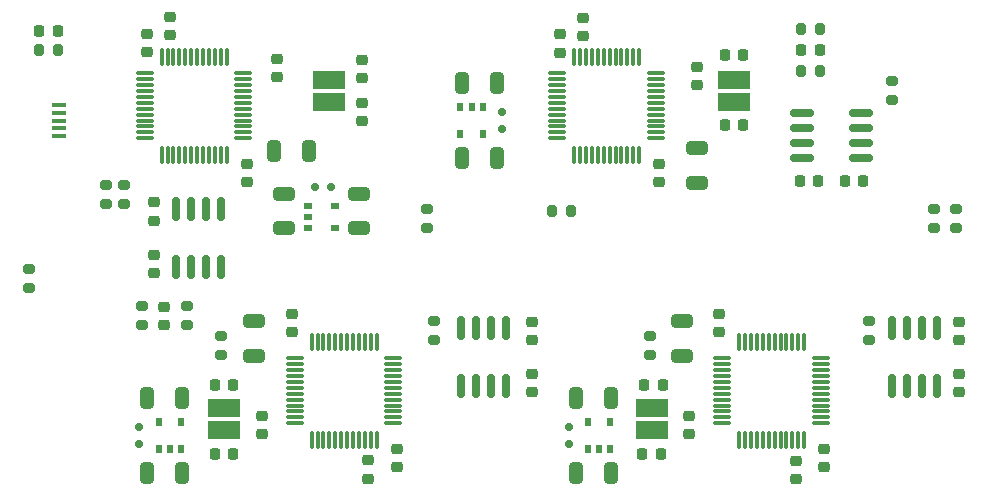
<source format=gbr>
G04 #@! TF.GenerationSoftware,KiCad,Pcbnew,7.0.10*
G04 #@! TF.CreationDate,2024-04-23T17:25:28+09:00*
G04 #@! TF.ProjectId,ramn,72616d6e-2e6b-4696-9361-645f70636258,rev?*
G04 #@! TF.SameCoordinates,Original*
G04 #@! TF.FileFunction,Paste,Top*
G04 #@! TF.FilePolarity,Positive*
%FSLAX46Y46*%
G04 Gerber Fmt 4.6, Leading zero omitted, Abs format (unit mm)*
G04 Created by KiCad (PCBNEW 7.0.10) date 2024-04-23 17:25:28*
%MOMM*%
%LPD*%
G01*
G04 APERTURE LIST*
G04 Aperture macros list*
%AMRoundRect*
0 Rectangle with rounded corners*
0 $1 Rounding radius*
0 $2 $3 $4 $5 $6 $7 $8 $9 X,Y pos of 4 corners*
0 Add a 4 corners polygon primitive as box body*
4,1,4,$2,$3,$4,$5,$6,$7,$8,$9,$2,$3,0*
0 Add four circle primitives for the rounded corners*
1,1,$1+$1,$2,$3*
1,1,$1+$1,$4,$5*
1,1,$1+$1,$6,$7*
1,1,$1+$1,$8,$9*
0 Add four rect primitives between the rounded corners*
20,1,$1+$1,$2,$3,$4,$5,0*
20,1,$1+$1,$4,$5,$6,$7,0*
20,1,$1+$1,$6,$7,$8,$9,0*
20,1,$1+$1,$8,$9,$2,$3,0*%
G04 Aperture macros list end*
%ADD10RoundRect,0.225000X0.250000X-0.225000X0.250000X0.225000X-0.250000X0.225000X-0.250000X-0.225000X0*%
%ADD11RoundRect,0.225000X-0.250000X0.225000X-0.250000X-0.225000X0.250000X-0.225000X0.250000X0.225000X0*%
%ADD12RoundRect,0.200000X-0.275000X0.200000X-0.275000X-0.200000X0.275000X-0.200000X0.275000X0.200000X0*%
%ADD13R,2.700000X1.500000*%
%ADD14RoundRect,0.250000X-0.325000X-0.650000X0.325000X-0.650000X0.325000X0.650000X-0.325000X0.650000X0*%
%ADD15RoundRect,0.150000X-0.150000X0.825000X-0.150000X-0.825000X0.150000X-0.825000X0.150000X0.825000X0*%
%ADD16R,0.510000X0.700000*%
%ADD17RoundRect,0.225000X0.225000X0.250000X-0.225000X0.250000X-0.225000X-0.250000X0.225000X-0.250000X0*%
%ADD18RoundRect,0.225000X-0.225000X-0.250000X0.225000X-0.250000X0.225000X0.250000X-0.225000X0.250000X0*%
%ADD19RoundRect,0.250000X-0.650000X0.325000X-0.650000X-0.325000X0.650000X-0.325000X0.650000X0.325000X0*%
%ADD20RoundRect,0.250000X0.325000X0.650000X-0.325000X0.650000X-0.325000X-0.650000X0.325000X-0.650000X0*%
%ADD21RoundRect,0.150000X-0.825000X-0.150000X0.825000X-0.150000X0.825000X0.150000X-0.825000X0.150000X0*%
%ADD22RoundRect,0.075000X0.662500X0.075000X-0.662500X0.075000X-0.662500X-0.075000X0.662500X-0.075000X0*%
%ADD23RoundRect,0.075000X0.075000X0.662500X-0.075000X0.662500X-0.075000X-0.662500X0.075000X-0.662500X0*%
%ADD24RoundRect,0.200000X0.275000X-0.200000X0.275000X0.200000X-0.275000X0.200000X-0.275000X-0.200000X0*%
%ADD25RoundRect,0.250000X0.650000X-0.325000X0.650000X0.325000X-0.650000X0.325000X-0.650000X-0.325000X0*%
%ADD26RoundRect,0.150000X0.150000X-0.825000X0.150000X0.825000X-0.150000X0.825000X-0.150000X-0.825000X0*%
%ADD27RoundRect,0.200000X-0.200000X-0.275000X0.200000X-0.275000X0.200000X0.275000X-0.200000X0.275000X0*%
%ADD28RoundRect,0.075000X-0.662500X-0.075000X0.662500X-0.075000X0.662500X0.075000X-0.662500X0.075000X0*%
%ADD29RoundRect,0.075000X-0.075000X-0.662500X0.075000X-0.662500X0.075000X0.662500X-0.075000X0.662500X0*%
%ADD30R,1.300000X0.450000*%
%ADD31RoundRect,0.200000X0.200000X0.275000X-0.200000X0.275000X-0.200000X-0.275000X0.200000X-0.275000X0*%
%ADD32R,0.700000X0.510000*%
%ADD33RoundRect,0.150000X0.150000X0.200000X-0.150000X0.200000X-0.150000X-0.200000X0.150000X-0.200000X0*%
%ADD34RoundRect,0.150000X-0.200000X0.150000X-0.200000X-0.150000X0.200000X-0.150000X0.200000X0.150000X0*%
%ADD35RoundRect,0.150000X0.200000X-0.150000X0.200000X0.150000X-0.200000X0.150000X-0.200000X-0.150000X0*%
G04 APERTURE END LIST*
D10*
X55245000Y-76340000D03*
X55245000Y-74790000D03*
D11*
X72009000Y-53920000D03*
X72009000Y-55470000D03*
D12*
X57150000Y-74740000D03*
X57150000Y-76390000D03*
D10*
X72009000Y-59110000D03*
X72009000Y-57560000D03*
D13*
X69215000Y-57465000D03*
X69215000Y-55565000D03*
D11*
X54356000Y-70406000D03*
X54356000Y-71956000D03*
D10*
X64770000Y-55385000D03*
X64770000Y-53835000D03*
D14*
X64565000Y-61595000D03*
X67515000Y-61595000D03*
D10*
X53800000Y-53275000D03*
X53800000Y-51725000D03*
D15*
X60071000Y-66486000D03*
X58801000Y-66486000D03*
X57531000Y-66486000D03*
X56261000Y-66486000D03*
X56261000Y-71436000D03*
X57531000Y-71436000D03*
X58801000Y-71436000D03*
X60071000Y-71436000D03*
D11*
X86360000Y-80505000D03*
X86360000Y-82055000D03*
X74930000Y-86855000D03*
X74930000Y-88405000D03*
D16*
X54803000Y-86885000D03*
X55753000Y-86885000D03*
X56703000Y-86885000D03*
X56703000Y-84565000D03*
X54803000Y-84565000D03*
D14*
X53770000Y-88900000D03*
X56720000Y-88900000D03*
X53770000Y-82550000D03*
X56720000Y-82550000D03*
D17*
X114440000Y-64135000D03*
X112890000Y-64135000D03*
X110630000Y-64135000D03*
X109080000Y-64135000D03*
D18*
X102730000Y-53467000D03*
X104280000Y-53467000D03*
D19*
X100330000Y-61390000D03*
X100330000Y-64340000D03*
D10*
X100330000Y-56020000D03*
X100330000Y-54470000D03*
X88798400Y-53302200D03*
X88798400Y-51752200D03*
D11*
X97155000Y-62725000D03*
X97155000Y-64275000D03*
D20*
X83390000Y-55880000D03*
X80440000Y-55880000D03*
X83390000Y-62230000D03*
X80440000Y-62230000D03*
D21*
X109285000Y-58420000D03*
X109285000Y-59690000D03*
X109285000Y-60960000D03*
X109285000Y-62230000D03*
X114235000Y-62230000D03*
X114235000Y-60960000D03*
X114235000Y-59690000D03*
X114235000Y-58420000D03*
D22*
X96872500Y-60535000D03*
X96872500Y-60035000D03*
X96872500Y-59535000D03*
X96872500Y-59035000D03*
X96872500Y-58535000D03*
X96872500Y-58035000D03*
X96872500Y-57535000D03*
X96872500Y-57035000D03*
X96872500Y-56535000D03*
X96872500Y-56035000D03*
X96872500Y-55535000D03*
X96872500Y-55035000D03*
D23*
X95460000Y-53622500D03*
X94960000Y-53622500D03*
X94460000Y-53622500D03*
X93960000Y-53622500D03*
X93460000Y-53622500D03*
X92960000Y-53622500D03*
X92460000Y-53622500D03*
X91960000Y-53622500D03*
X91460000Y-53622500D03*
X90960000Y-53622500D03*
X90460000Y-53622500D03*
X89960000Y-53622500D03*
D22*
X88547500Y-55035000D03*
X88547500Y-55535000D03*
X88547500Y-56035000D03*
X88547500Y-56535000D03*
X88547500Y-57035000D03*
X88547500Y-57535000D03*
X88547500Y-58035000D03*
X88547500Y-58535000D03*
X88547500Y-59035000D03*
X88547500Y-59535000D03*
X88547500Y-60035000D03*
X88547500Y-60535000D03*
D23*
X89960000Y-61947500D03*
X90460000Y-61947500D03*
X90960000Y-61947500D03*
X91460000Y-61947500D03*
X91960000Y-61947500D03*
X92460000Y-61947500D03*
X92960000Y-61947500D03*
X93460000Y-61947500D03*
X93960000Y-61947500D03*
X94460000Y-61947500D03*
X94960000Y-61947500D03*
X95460000Y-61947500D03*
D16*
X82230000Y-57895000D03*
X81280000Y-57895000D03*
X80330000Y-57895000D03*
X80330000Y-60215000D03*
X82230000Y-60215000D03*
D13*
X103505000Y-57465000D03*
X103505000Y-55565000D03*
D19*
X65405000Y-65217000D03*
X65405000Y-68167000D03*
D24*
X53340000Y-76390000D03*
X53340000Y-74740000D03*
D11*
X99695000Y-84061000D03*
X99695000Y-85611000D03*
X111125000Y-86855000D03*
X111125000Y-88405000D03*
D25*
X62865000Y-78945000D03*
X62865000Y-75995000D03*
D26*
X80405000Y-81535000D03*
X81675000Y-81535000D03*
X82945000Y-81535000D03*
X84215000Y-81535000D03*
X84215000Y-76585000D03*
X82945000Y-76585000D03*
X81675000Y-76585000D03*
X80405000Y-76585000D03*
D25*
X99060000Y-78945000D03*
X99060000Y-75995000D03*
D14*
X90092000Y-82550000D03*
X93042000Y-82550000D03*
D16*
X91125000Y-86885000D03*
X92075000Y-86885000D03*
X93025000Y-86885000D03*
X93025000Y-84565000D03*
X91125000Y-84565000D03*
D17*
X61100000Y-87249000D03*
X59550000Y-87249000D03*
X97447500Y-81407000D03*
X95897500Y-81407000D03*
D11*
X63500000Y-84061000D03*
X63500000Y-85611000D03*
D17*
X97295000Y-87249000D03*
X95745000Y-87249000D03*
X110757000Y-53086000D03*
X109207000Y-53086000D03*
D27*
X109157000Y-51308000D03*
X110807000Y-51308000D03*
D11*
X122555000Y-80505000D03*
X122555000Y-82055000D03*
D26*
X116840000Y-81535000D03*
X118110000Y-81535000D03*
X119380000Y-81535000D03*
X120650000Y-81535000D03*
X120650000Y-76585000D03*
X119380000Y-76585000D03*
X118110000Y-76585000D03*
X116840000Y-76585000D03*
D28*
X102517500Y-79165000D03*
X102517500Y-79665000D03*
X102517500Y-80165000D03*
X102517500Y-80665000D03*
X102517500Y-81165000D03*
X102517500Y-81665000D03*
X102517500Y-82165000D03*
X102517500Y-82665000D03*
X102517500Y-83165000D03*
X102517500Y-83665000D03*
X102517500Y-84165000D03*
X102517500Y-84665000D03*
D29*
X103930000Y-86077500D03*
X104430000Y-86077500D03*
X104930000Y-86077500D03*
X105430000Y-86077500D03*
X105930000Y-86077500D03*
X106430000Y-86077500D03*
X106930000Y-86077500D03*
X107430000Y-86077500D03*
X107930000Y-86077500D03*
X108430000Y-86077500D03*
X108930000Y-86077500D03*
X109430000Y-86077500D03*
D28*
X110842500Y-84665000D03*
X110842500Y-84165000D03*
X110842500Y-83665000D03*
X110842500Y-83165000D03*
X110842500Y-82665000D03*
X110842500Y-82165000D03*
X110842500Y-81665000D03*
X110842500Y-81165000D03*
X110842500Y-80665000D03*
X110842500Y-80165000D03*
X110842500Y-79665000D03*
X110842500Y-79165000D03*
D29*
X109430000Y-77752500D03*
X108930000Y-77752500D03*
X108430000Y-77752500D03*
X107930000Y-77752500D03*
X107430000Y-77752500D03*
X106930000Y-77752500D03*
X106430000Y-77752500D03*
X105930000Y-77752500D03*
X105430000Y-77752500D03*
X104930000Y-77752500D03*
X104430000Y-77752500D03*
X103930000Y-77752500D03*
D30*
X46350000Y-57755000D03*
X46350000Y-58405000D03*
X46350000Y-59055000D03*
X46350000Y-59705000D03*
X46350000Y-60355000D03*
D22*
X61947500Y-60535000D03*
X61947500Y-60035000D03*
X61947500Y-59535000D03*
X61947500Y-59035000D03*
X61947500Y-58535000D03*
X61947500Y-58035000D03*
X61947500Y-57535000D03*
X61947500Y-57035000D03*
X61947500Y-56535000D03*
X61947500Y-56035000D03*
X61947500Y-55535000D03*
X61947500Y-55035000D03*
D23*
X60535000Y-53622500D03*
X60035000Y-53622500D03*
X59535000Y-53622500D03*
X59035000Y-53622500D03*
X58535000Y-53622500D03*
X58035000Y-53622500D03*
X57535000Y-53622500D03*
X57035000Y-53622500D03*
X56535000Y-53622500D03*
X56035000Y-53622500D03*
X55535000Y-53622500D03*
X55035000Y-53622500D03*
D22*
X53622500Y-55035000D03*
X53622500Y-55535000D03*
X53622500Y-56035000D03*
X53622500Y-56535000D03*
X53622500Y-57035000D03*
X53622500Y-57535000D03*
X53622500Y-58035000D03*
X53622500Y-58535000D03*
X53622500Y-59035000D03*
X53622500Y-59535000D03*
X53622500Y-60035000D03*
X53622500Y-60535000D03*
D23*
X55035000Y-61947500D03*
X55535000Y-61947500D03*
X56035000Y-61947500D03*
X56535000Y-61947500D03*
X57035000Y-61947500D03*
X57535000Y-61947500D03*
X58035000Y-61947500D03*
X58535000Y-61947500D03*
X59035000Y-61947500D03*
X59535000Y-61947500D03*
X60035000Y-61947500D03*
X60535000Y-61947500D03*
D11*
X62230000Y-62725000D03*
X62230000Y-64275000D03*
D24*
X96393000Y-78930000D03*
X96393000Y-77280000D03*
D12*
X77470000Y-66485000D03*
X77470000Y-68135000D03*
X78105000Y-76010000D03*
X78105000Y-77660000D03*
X122301000Y-66485000D03*
X122301000Y-68135000D03*
D24*
X43815000Y-73215000D03*
X43815000Y-71565000D03*
D19*
X71755000Y-65217000D03*
X71755000Y-68167000D03*
D28*
X66322500Y-79165000D03*
X66322500Y-79665000D03*
X66322500Y-80165000D03*
X66322500Y-80665000D03*
X66322500Y-81165000D03*
X66322500Y-81665000D03*
X66322500Y-82165000D03*
X66322500Y-82665000D03*
X66322500Y-83165000D03*
X66322500Y-83665000D03*
X66322500Y-84165000D03*
X66322500Y-84665000D03*
D29*
X67735000Y-86077500D03*
X68235000Y-86077500D03*
X68735000Y-86077500D03*
X69235000Y-86077500D03*
X69735000Y-86077500D03*
X70235000Y-86077500D03*
X70735000Y-86077500D03*
X71235000Y-86077500D03*
X71735000Y-86077500D03*
X72235000Y-86077500D03*
X72735000Y-86077500D03*
X73235000Y-86077500D03*
D28*
X74647500Y-84665000D03*
X74647500Y-84165000D03*
X74647500Y-83665000D03*
X74647500Y-83165000D03*
X74647500Y-82665000D03*
X74647500Y-82165000D03*
X74647500Y-81665000D03*
X74647500Y-81165000D03*
X74647500Y-80665000D03*
X74647500Y-80165000D03*
X74647500Y-79665000D03*
X74647500Y-79165000D03*
D29*
X73235000Y-77752500D03*
X72735000Y-77752500D03*
X72235000Y-77752500D03*
X71735000Y-77752500D03*
X71235000Y-77752500D03*
X70735000Y-77752500D03*
X70235000Y-77752500D03*
X69735000Y-77752500D03*
X69235000Y-77752500D03*
X68735000Y-77752500D03*
X68235000Y-77752500D03*
X67735000Y-77752500D03*
D13*
X96520000Y-83378000D03*
X96520000Y-85278000D03*
D31*
X89725000Y-66675000D03*
X88075000Y-66675000D03*
D12*
X120396000Y-66485000D03*
X120396000Y-68135000D03*
D24*
X51816000Y-66103000D03*
X51816000Y-64453000D03*
D12*
X50292000Y-64453000D03*
X50292000Y-66103000D03*
D10*
X122555000Y-77610000D03*
X122555000Y-76060000D03*
D24*
X116840000Y-57340000D03*
X116840000Y-55690000D03*
D18*
X102730000Y-59436000D03*
X104280000Y-59436000D03*
D32*
X67420000Y-66233000D03*
X67420000Y-67183000D03*
X67420000Y-68133000D03*
X69740000Y-68133000D03*
X69740000Y-66233000D03*
D33*
X68007000Y-64643000D03*
X69407000Y-64643000D03*
D34*
X53086000Y-86425000D03*
X53086000Y-85025000D03*
D35*
X83820000Y-58355000D03*
X83820000Y-59755000D03*
D18*
X44691000Y-51435000D03*
X46241000Y-51435000D03*
D27*
X44641000Y-53086000D03*
X46291000Y-53086000D03*
D10*
X66040000Y-76975000D03*
X66040000Y-75425000D03*
D17*
X61100000Y-81407000D03*
X59550000Y-81407000D03*
D13*
X60325000Y-83378000D03*
X60325000Y-85278000D03*
D24*
X60071000Y-78930000D03*
X60071000Y-77280000D03*
D10*
X54356000Y-67516000D03*
X54356000Y-65966000D03*
D14*
X90092000Y-88900000D03*
X93042000Y-88900000D03*
D34*
X89535000Y-86425000D03*
X89535000Y-85025000D03*
D31*
X110807000Y-54864000D03*
X109157000Y-54864000D03*
D12*
X114935000Y-76010000D03*
X114935000Y-77660000D03*
D11*
X86360000Y-76060000D03*
X86360000Y-77610000D03*
D10*
X102235000Y-76975000D03*
X102235000Y-75425000D03*
X55700000Y-51800000D03*
X55700000Y-50250000D03*
D11*
X72500000Y-87800000D03*
X72500000Y-89350000D03*
D10*
X90678000Y-51917600D03*
X90678000Y-50367600D03*
D11*
X108700000Y-87825000D03*
X108700000Y-89375000D03*
M02*

</source>
